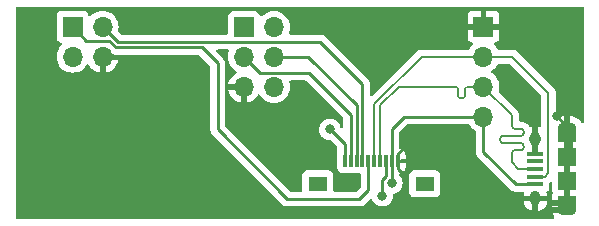
<source format=gbr>
%TF.GenerationSoftware,KiCad,Pcbnew,8.0.0*%
%TF.CreationDate,2024-02-26T11:32:58-08:00*%
%TF.ProjectId,gotek-breakout,676f7465-6b2d-4627-9265-616b6f75742e,rev?*%
%TF.SameCoordinates,Original*%
%TF.FileFunction,Copper,L1,Top*%
%TF.FilePolarity,Positive*%
%FSLAX46Y46*%
G04 Gerber Fmt 4.6, Leading zero omitted, Abs format (unit mm)*
G04 Created by KiCad (PCBNEW 8.0.0) date 2024-02-26 11:32:58*
%MOMM*%
%LPD*%
G01*
G04 APERTURE LIST*
%TA.AperFunction,ComponentPad*%
%ADD10R,1.700000X1.700000*%
%TD*%
%TA.AperFunction,ComponentPad*%
%ADD11O,1.700000X1.700000*%
%TD*%
%TA.AperFunction,SMDPad,CuDef*%
%ADD12R,1.350000X0.400000*%
%TD*%
%TA.AperFunction,ComponentPad*%
%ADD13O,1.550000X0.890000*%
%TD*%
%TA.AperFunction,SMDPad,CuDef*%
%ADD14R,1.550000X1.200000*%
%TD*%
%TA.AperFunction,ComponentPad*%
%ADD15O,0.950000X1.250000*%
%TD*%
%TA.AperFunction,SMDPad,CuDef*%
%ADD16R,1.550000X1.500000*%
%TD*%
%TA.AperFunction,SMDPad,CuDef*%
%ADD17R,0.300000X1.000000*%
%TD*%
%TA.AperFunction,SMDPad,CuDef*%
%ADD18R,1.650000X1.300000*%
%TD*%
%TA.AperFunction,ViaPad*%
%ADD19C,0.800000*%
%TD*%
%TA.AperFunction,Conductor*%
%ADD20C,0.250000*%
%TD*%
%TA.AperFunction,Conductor*%
%ADD21C,0.200000*%
%TD*%
G04 APERTURE END LIST*
D10*
%TO.P,J8,1,Pin_1*%
%TO.N,/Gotek Side/ROT_SW*%
X64725000Y-100225000D03*
D11*
%TO.P,J8,2,Pin_2*%
%TO.N,unconnected-(J8-Pin_2-Pad2)*%
X67265000Y-100225000D03*
%TO.P,J8,3,Pin_3*%
%TO.N,/Gotek Side/ROT_DT*%
X64725000Y-102765000D03*
%TO.P,J8,4,Pin_4*%
%TO.N,/Gotek Side/ROT_CLK*%
X67265000Y-102765000D03*
%TO.P,J8,5,Pin_5*%
%TO.N,/Gotek Side/GND*%
X64725000Y-105305000D03*
%TO.P,J8,6,Pin_6*%
%TO.N,/Gotek Side/+5V*%
X67265000Y-105305000D03*
%TD*%
D10*
%TO.P,J7,1,Pin_1*%
%TO.N,/Gotek Side/OLED_SCK*%
X50210000Y-100210000D03*
D11*
%TO.P,J7,2,Pin_2*%
%TO.N,/Gotek Side/OLED_SDA*%
X52750000Y-100210000D03*
%TO.P,J7,3,Pin_3*%
%TO.N,/Gotek Side/+3V*%
X50210000Y-102750000D03*
%TO.P,J7,4,Pin_4*%
%TO.N,/Gotek Side/GND*%
X52750000Y-102750000D03*
%TD*%
D12*
%TO.P,J12,1,VBUS*%
%TO.N,/Gotek Side/+5V*%
X89400000Y-113550000D03*
%TO.P,J12,2,D-*%
%TO.N,/Gotek Side/USB_D-*%
X89400000Y-112900000D03*
%TO.P,J12,3,D+*%
%TO.N,/Gotek Side/USB_D+*%
X89400001Y-112250000D03*
%TO.P,J12,4,ID*%
%TO.N,unconnected-(J12-ID-Pad4)*%
X89400000Y-111600000D03*
%TO.P,J12,5,GND*%
%TO.N,/Gotek Side/GND*%
X89400000Y-110950000D03*
D13*
%TO.P,J12,6,Shield*%
X92100000Y-115750000D03*
D14*
X92100000Y-115150000D03*
D15*
X89400000Y-114749999D03*
D16*
X92100000Y-113250000D03*
X92100000Y-111250000D03*
D15*
X89400000Y-109750001D03*
D14*
X92100000Y-109350000D03*
D13*
X92100000Y-108750000D03*
%TD*%
D10*
%TO.P,J11,1,Pin_1*%
%TO.N,/Gotek Side/GND*%
X85000000Y-100200000D03*
D11*
%TO.P,J11,2,Pin_2*%
%TO.N,/Gotek Side/USB_D-*%
X85000000Y-102740000D03*
%TO.P,J11,3,Pin_3*%
%TO.N,/Gotek Side/USB_D+*%
X85000000Y-105280000D03*
%TO.P,J11,4,Pin_4*%
%TO.N,/Gotek Side/+5V*%
X85000000Y-107820000D03*
%TD*%
D17*
%TO.P,J10,1,Pin_1*%
%TO.N,/Gotek Side/ROT_SW*%
X73250000Y-111600000D03*
%TO.P,J10,2,Pin_2*%
%TO.N,/Gotek Side/ROT_DT*%
X73750000Y-111600000D03*
%TO.P,J10,3,Pin_3*%
%TO.N,/Gotek Side/ROT_CLK*%
X74250000Y-111600000D03*
%TO.P,J10,4,Pin_4*%
%TO.N,/Gotek Side/OLED_SDA*%
X74750000Y-111600000D03*
%TO.P,J10,5,Pin_5*%
%TO.N,/Gotek Side/OLED_SCK*%
X75250000Y-111600000D03*
%TO.P,J10,6,Pin_6*%
%TO.N,/Gotek Side/USB_D-*%
X75750000Y-111600000D03*
%TO.P,J10,7,Pin_7*%
%TO.N,/Gotek Side/USB_D+*%
X76250000Y-111600000D03*
%TO.P,J10,8,Pin_8*%
%TO.N,/Gotek Side/+3V*%
X76750000Y-111600000D03*
%TO.P,J10,9,Pin_9*%
%TO.N,/Gotek Side/+5V*%
X77250000Y-111600000D03*
%TO.P,J10,10,Pin_10*%
%TO.N,/Gotek Side/GND*%
X77750000Y-111600000D03*
D18*
%TO.P,J10,MP*%
%TO.N,N/C*%
X70975000Y-113500000D03*
X80025000Y-113500000D03*
%TD*%
D19*
%TO.N,/Gotek Side/GND*%
X91200000Y-107800000D03*
X59000000Y-100000000D03*
X77000000Y-100000000D03*
X59000000Y-106000000D03*
X64000000Y-113000000D03*
X57000000Y-113000000D03*
X50000000Y-113000000D03*
%TO.N,/Gotek Side/ROT_SW*%
X72000000Y-108900000D03*
%TO.N,/Gotek Side/+5V*%
X77250000Y-113450000D03*
%TO.N,/Gotek Side/+3V*%
X76429265Y-114525000D03*
%TO.N,/Gotek Side/GND*%
X93000000Y-101000000D03*
X84100000Y-113000000D03*
%TD*%
D20*
%TO.N,/Gotek Side/+5V*%
X77250000Y-111600000D02*
X77250000Y-108850000D01*
X77250000Y-108850000D02*
X78280000Y-107820000D01*
X78280000Y-107820000D02*
X85000000Y-107820000D01*
X85000000Y-107820000D02*
X85000000Y-110800000D01*
X85000000Y-110800000D02*
X87750000Y-113550000D01*
X87750000Y-113550000D02*
X89400000Y-113550000D01*
D21*
%TO.N,/Gotek Side/USB_D-*%
X85000000Y-102740000D02*
X87440000Y-102740000D01*
X90225001Y-112900000D02*
X89400000Y-112900000D01*
X87440000Y-102740000D02*
X90500000Y-105800000D01*
X90500000Y-112625001D02*
X90225001Y-112900000D01*
X90500000Y-105800000D02*
X90500000Y-112625001D01*
%TO.N,/Gotek Side/USB_D+*%
X88156000Y-108845280D02*
G75*
G02*
X88400020Y-109089280I0J-244020D01*
G01*
X87644000Y-110675280D02*
G75*
G03*
X87399980Y-110919280I0J-244020D01*
G01*
X86644000Y-109455280D02*
G75*
G03*
X86399980Y-109699280I0J-244020D01*
G01*
X88400000Y-110431280D02*
G75*
G02*
X88156000Y-110675300I-244000J-20D01*
G01*
X88400000Y-109211280D02*
G75*
G02*
X88156000Y-109455300I-244000J-20D01*
G01*
X88156000Y-110065280D02*
G75*
G02*
X88400020Y-110309280I0J-244020D01*
G01*
X87400000Y-108601280D02*
G75*
G03*
X87644000Y-108845300I244000J-20D01*
G01*
X86400000Y-109821280D02*
G75*
G03*
X86644000Y-110065300I244000J-20D01*
G01*
X87400000Y-111600000D02*
X87400000Y-111700000D01*
X86400000Y-109699280D02*
X86400000Y-109821280D01*
X87400000Y-111041280D02*
X87400000Y-111600000D01*
X85000000Y-105280000D02*
X87400000Y-107680000D01*
X87400000Y-107680000D02*
X87400000Y-108601280D01*
X87644000Y-108845280D02*
X88156000Y-108845280D01*
X88400000Y-109089280D02*
X88400000Y-109211280D01*
X87950000Y-112250000D02*
X89400001Y-112250000D01*
X88156000Y-109455280D02*
X87644000Y-109455280D01*
X88156000Y-110675280D02*
X87644000Y-110675280D01*
X87644000Y-109455280D02*
X86644000Y-109455280D01*
X87400000Y-110919280D02*
X87400000Y-111041280D01*
X86644000Y-110065280D02*
X87400000Y-110065280D01*
X87400000Y-110065280D02*
X88156000Y-110065280D01*
X88400000Y-110309280D02*
X88400000Y-110431280D01*
X87400000Y-111700000D02*
X87950000Y-112250000D01*
%TO.N,/Gotek Side/USB_D-*%
X75750000Y-111600000D02*
X75750000Y-106750000D01*
%TO.N,/Gotek Side/USB_D+*%
X76250000Y-106850000D02*
X76250000Y-111600000D01*
X83678332Y-105280000D02*
G75*
G03*
X83438300Y-105520000I-32J-240000D01*
G01*
X83438332Y-106040000D02*
G75*
G02*
X83198332Y-106280032I-240032J0D01*
G01*
X83078332Y-106280000D02*
G75*
G02*
X82838300Y-106040000I-32J240000D01*
G01*
X82838332Y-105520000D02*
G75*
G03*
X82598332Y-105279968I-240032J0D01*
G01*
X82838332Y-106040000D02*
X82838332Y-105520000D01*
X85000000Y-105280000D02*
X83678332Y-105280000D01*
X83438332Y-105520000D02*
X83438332Y-106040000D01*
X82598332Y-105280000D02*
X82478332Y-105280000D01*
X82100000Y-105280000D02*
X77820000Y-105280000D01*
X82478332Y-105280000D02*
X82100000Y-105280000D01*
X77820000Y-105280000D02*
X76250000Y-106850000D01*
X83198332Y-106280000D02*
X83078332Y-106280000D01*
%TO.N,/Gotek Side/USB_D-*%
X75750000Y-106750000D02*
X79760000Y-102740000D01*
X79760000Y-102740000D02*
X85000000Y-102740000D01*
D20*
%TO.N,/Gotek Side/GND*%
X92415000Y-109015000D02*
X91200000Y-107800000D01*
X92415000Y-110950000D02*
X92415000Y-109015000D01*
X77750000Y-112250000D02*
X78200000Y-112700000D01*
X77750000Y-111600000D02*
X77750000Y-112250000D01*
X77750000Y-110950000D02*
X78200000Y-110500000D01*
X77750000Y-111600000D02*
X77750000Y-110950000D01*
X77750000Y-111600000D02*
X78600000Y-111600000D01*
%TO.N,/Gotek Side/+3V*%
X76429265Y-113170735D02*
X76750000Y-112850000D01*
X76429265Y-114525000D02*
X76429265Y-113170735D01*
X76750000Y-112850000D02*
X76750000Y-111600000D01*
%TO.N,/Gotek Side/+5V*%
X77250000Y-113450000D02*
X77250000Y-111600000D01*
%TO.N,/Gotek Side/OLED_SCK*%
X50210000Y-100210000D02*
X51385000Y-101385000D01*
X61150000Y-101950000D02*
X62500000Y-103300000D01*
X51385000Y-101385000D02*
X53288604Y-101385000D01*
X53288604Y-101385000D02*
X53853604Y-101950000D01*
X53853604Y-101950000D02*
X61150000Y-101950000D01*
X62500000Y-103300000D02*
X62500000Y-108900000D01*
X68400000Y-114800000D02*
X74500000Y-114800000D01*
X62500000Y-108900000D02*
X68400000Y-114800000D01*
X74500000Y-114800000D02*
X75250000Y-114050000D01*
X75250000Y-114050000D02*
X75250000Y-111600000D01*
%TO.N,/Gotek Side/OLED_SDA*%
X52750000Y-100210000D02*
X54040000Y-101500000D01*
X54040000Y-101500000D02*
X71200000Y-101500000D01*
X71200000Y-101500000D02*
X74750000Y-105050000D01*
X74750000Y-105050000D02*
X74750000Y-111600000D01*
%TO.N,/Gotek Side/ROT_SW*%
X72000000Y-108900000D02*
X73250000Y-110150000D01*
X73250000Y-110150000D02*
X73250000Y-111600000D01*
%TO.N,/Gotek Side/ROT_DT*%
X64725000Y-102765000D02*
X66090000Y-104130000D01*
X73750000Y-107650000D02*
X73750000Y-111600000D01*
X66090000Y-104130000D02*
X70230000Y-104130000D01*
X70230000Y-104130000D02*
X73750000Y-107650000D01*
%TO.N,/Gotek Side/ROT_CLK*%
X67265000Y-102765000D02*
X70165000Y-102765000D01*
X74250000Y-106850000D02*
X74250000Y-111600000D01*
X70165000Y-102765000D02*
X74250000Y-106850000D01*
%TD*%
%TA.AperFunction,Conductor*%
%TO.N,/Gotek Side/GND*%
G36*
X93443039Y-98519685D02*
G01*
X93488794Y-98572489D01*
X93500000Y-98624000D01*
X93500000Y-108242412D01*
X93480315Y-108309451D01*
X93427511Y-108355206D01*
X93358353Y-108365150D01*
X93294797Y-108336125D01*
X93271522Y-108306978D01*
X93270833Y-108307440D01*
X93164029Y-108147598D01*
X93164026Y-108147594D01*
X93032405Y-108015973D01*
X93032401Y-108015970D01*
X92877631Y-107912555D01*
X92877622Y-107912550D01*
X92705646Y-107841316D01*
X92705638Y-107841314D01*
X92523077Y-107805000D01*
X92350000Y-107805000D01*
X92350000Y-108500000D01*
X91850000Y-108500000D01*
X91850000Y-107805000D01*
X91676923Y-107805000D01*
X91494361Y-107841314D01*
X91494353Y-107841316D01*
X91322377Y-107912550D01*
X91322365Y-107912557D01*
X91293389Y-107931918D01*
X91226711Y-107952795D01*
X91159331Y-107934309D01*
X91112642Y-107882330D01*
X91100500Y-107828815D01*
X91100500Y-105889060D01*
X91100501Y-105889047D01*
X91100501Y-105720944D01*
X91098348Y-105712908D01*
X91059577Y-105568216D01*
X91051947Y-105555000D01*
X90980524Y-105431290D01*
X90980518Y-105431282D01*
X87927590Y-102378355D01*
X87927588Y-102378352D01*
X87808717Y-102259481D01*
X87808716Y-102259480D01*
X87721904Y-102209360D01*
X87721904Y-102209359D01*
X87721900Y-102209358D01*
X87671785Y-102180423D01*
X87519057Y-102139499D01*
X87360943Y-102139499D01*
X87353347Y-102139499D01*
X87353331Y-102139500D01*
X86289091Y-102139500D01*
X86222052Y-102119815D01*
X86176711Y-102067909D01*
X86174037Y-102062175D01*
X86174034Y-102062170D01*
X86038496Y-101868600D01*
X86038495Y-101868599D01*
X85916179Y-101746283D01*
X85882696Y-101684963D01*
X85887680Y-101615271D01*
X85929551Y-101559337D01*
X85960529Y-101542422D01*
X86092086Y-101493354D01*
X86092093Y-101493350D01*
X86207187Y-101407190D01*
X86207190Y-101407187D01*
X86293350Y-101292093D01*
X86293354Y-101292086D01*
X86343596Y-101157379D01*
X86343598Y-101157372D01*
X86349999Y-101097844D01*
X86350000Y-101097827D01*
X86350000Y-100450000D01*
X85433012Y-100450000D01*
X85465925Y-100392993D01*
X85500000Y-100265826D01*
X85500000Y-100134174D01*
X85465925Y-100007007D01*
X85433012Y-99950000D01*
X86350000Y-99950000D01*
X86350000Y-99302172D01*
X86349999Y-99302155D01*
X86343598Y-99242627D01*
X86343596Y-99242620D01*
X86293354Y-99107913D01*
X86293350Y-99107906D01*
X86207190Y-98992812D01*
X86207187Y-98992809D01*
X86092093Y-98906649D01*
X86092086Y-98906645D01*
X85957379Y-98856403D01*
X85957372Y-98856401D01*
X85897844Y-98850000D01*
X85250000Y-98850000D01*
X85250000Y-99766988D01*
X85192993Y-99734075D01*
X85065826Y-99700000D01*
X84934174Y-99700000D01*
X84807007Y-99734075D01*
X84750000Y-99766988D01*
X84750000Y-98850000D01*
X84102155Y-98850000D01*
X84042627Y-98856401D01*
X84042620Y-98856403D01*
X83907913Y-98906645D01*
X83907906Y-98906649D01*
X83792812Y-98992809D01*
X83792809Y-98992812D01*
X83706649Y-99107906D01*
X83706645Y-99107913D01*
X83656403Y-99242620D01*
X83656401Y-99242627D01*
X83650000Y-99302155D01*
X83650000Y-99950000D01*
X84566988Y-99950000D01*
X84534075Y-100007007D01*
X84500000Y-100134174D01*
X84500000Y-100265826D01*
X84534075Y-100392993D01*
X84566988Y-100450000D01*
X83650000Y-100450000D01*
X83650000Y-101097844D01*
X83656401Y-101157372D01*
X83656403Y-101157379D01*
X83706645Y-101292086D01*
X83706649Y-101292093D01*
X83792809Y-101407187D01*
X83792812Y-101407190D01*
X83907906Y-101493350D01*
X83907913Y-101493354D01*
X84039470Y-101542421D01*
X84095403Y-101584292D01*
X84119821Y-101649756D01*
X84104970Y-101718029D01*
X84083819Y-101746284D01*
X83961503Y-101868600D01*
X83825965Y-102062170D01*
X83825962Y-102062175D01*
X83823289Y-102067909D01*
X83777115Y-102120346D01*
X83710909Y-102139500D01*
X79680940Y-102139500D01*
X79640019Y-102150464D01*
X79640019Y-102150465D01*
X79602751Y-102160451D01*
X79528214Y-102180423D01*
X79528209Y-102180426D01*
X79391290Y-102259475D01*
X79391282Y-102259481D01*
X75587181Y-106063583D01*
X75525858Y-106097068D01*
X75456166Y-106092084D01*
X75400233Y-106050212D01*
X75375816Y-105984748D01*
X75375500Y-105975902D01*
X75375500Y-104988396D01*
X75375499Y-104988389D01*
X75375454Y-104988164D01*
X75375408Y-104987935D01*
X75351463Y-104867549D01*
X75351287Y-104867125D01*
X75330251Y-104816337D01*
X75330251Y-104816336D01*
X75304315Y-104753720D01*
X75304313Y-104753717D01*
X75304312Y-104753714D01*
X75254744Y-104679532D01*
X75254716Y-104679490D01*
X75235859Y-104651268D01*
X75235855Y-104651263D01*
X75145637Y-104561045D01*
X75145606Y-104561016D01*
X71690198Y-101105608D01*
X71690178Y-101105586D01*
X71598733Y-101014141D01*
X71547509Y-100979915D01*
X71496287Y-100945689D01*
X71496286Y-100945688D01*
X71496283Y-100945686D01*
X71496280Y-100945685D01*
X71415792Y-100912347D01*
X71382453Y-100898537D01*
X71372427Y-100896543D01*
X71322029Y-100886518D01*
X71261610Y-100874500D01*
X71261607Y-100874500D01*
X71261606Y-100874500D01*
X68646887Y-100874500D01*
X68579848Y-100854815D01*
X68534093Y-100802011D01*
X68524149Y-100732853D01*
X68534504Y-100698098D01*
X68538900Y-100688670D01*
X68538900Y-100688668D01*
X68538903Y-100688663D01*
X68600063Y-100460408D01*
X68620659Y-100225000D01*
X68600063Y-99989592D01*
X68538903Y-99761337D01*
X68439035Y-99547171D01*
X68303495Y-99353599D01*
X68303494Y-99353597D01*
X68136402Y-99186506D01*
X68136395Y-99186501D01*
X67942834Y-99050967D01*
X67942830Y-99050965D01*
X67910660Y-99035964D01*
X67728663Y-98951097D01*
X67728659Y-98951096D01*
X67728655Y-98951094D01*
X67500413Y-98889938D01*
X67500403Y-98889936D01*
X67265001Y-98869341D01*
X67264999Y-98869341D01*
X67029596Y-98889936D01*
X67029586Y-98889938D01*
X66801344Y-98951094D01*
X66801335Y-98951098D01*
X66587171Y-99050964D01*
X66587169Y-99050965D01*
X66393600Y-99186503D01*
X66271673Y-99308430D01*
X66210350Y-99341914D01*
X66140658Y-99336930D01*
X66084725Y-99295058D01*
X66067810Y-99264081D01*
X66018797Y-99132671D01*
X66018793Y-99132664D01*
X65932547Y-99017455D01*
X65932544Y-99017452D01*
X65817335Y-98931206D01*
X65817328Y-98931202D01*
X65682482Y-98880908D01*
X65682483Y-98880908D01*
X65622883Y-98874501D01*
X65622881Y-98874500D01*
X65622873Y-98874500D01*
X65622864Y-98874500D01*
X63827129Y-98874500D01*
X63827123Y-98874501D01*
X63767516Y-98880908D01*
X63632671Y-98931202D01*
X63632664Y-98931206D01*
X63517455Y-99017452D01*
X63517452Y-99017455D01*
X63431206Y-99132664D01*
X63431202Y-99132671D01*
X63380908Y-99267517D01*
X63374501Y-99327116D01*
X63374500Y-99327135D01*
X63374501Y-100750500D01*
X63354816Y-100817539D01*
X63302013Y-100863294D01*
X63250501Y-100874500D01*
X54350453Y-100874500D01*
X54283414Y-100854815D01*
X54262772Y-100838181D01*
X54190697Y-100766106D01*
X54090236Y-100665646D01*
X54056752Y-100604324D01*
X54058143Y-100545872D01*
X54081042Y-100460413D01*
X54085063Y-100445408D01*
X54105659Y-100210000D01*
X54085063Y-99974592D01*
X54023903Y-99746337D01*
X53924035Y-99532171D01*
X53790817Y-99341914D01*
X53788494Y-99338597D01*
X53621402Y-99171506D01*
X53621395Y-99171501D01*
X53427834Y-99035967D01*
X53427830Y-99035965D01*
X53388129Y-99017452D01*
X53213663Y-98936097D01*
X53213659Y-98936096D01*
X53213655Y-98936094D01*
X52985413Y-98874938D01*
X52985403Y-98874936D01*
X52750001Y-98854341D01*
X52749999Y-98854341D01*
X52514596Y-98874936D01*
X52514586Y-98874938D01*
X52286344Y-98936094D01*
X52286335Y-98936098D01*
X52072171Y-99035964D01*
X52072169Y-99035965D01*
X51878600Y-99171503D01*
X51756673Y-99293430D01*
X51695350Y-99326914D01*
X51625658Y-99321930D01*
X51569725Y-99280058D01*
X51552810Y-99249081D01*
X51503797Y-99117671D01*
X51503793Y-99117664D01*
X51417547Y-99002455D01*
X51417544Y-99002452D01*
X51302335Y-98916206D01*
X51302328Y-98916202D01*
X51167482Y-98865908D01*
X51167483Y-98865908D01*
X51107883Y-98859501D01*
X51107881Y-98859500D01*
X51107873Y-98859500D01*
X51107864Y-98859500D01*
X49312129Y-98859500D01*
X49312123Y-98859501D01*
X49252516Y-98865908D01*
X49117671Y-98916202D01*
X49117664Y-98916206D01*
X49002455Y-99002452D01*
X49002452Y-99002455D01*
X48916206Y-99117664D01*
X48916202Y-99117671D01*
X48865908Y-99252517D01*
X48859501Y-99312116D01*
X48859500Y-99312135D01*
X48859500Y-101107870D01*
X48859501Y-101107876D01*
X48865908Y-101167483D01*
X48916202Y-101302328D01*
X48916206Y-101302335D01*
X49002452Y-101417544D01*
X49002455Y-101417547D01*
X49117664Y-101503793D01*
X49117671Y-101503797D01*
X49249081Y-101552810D01*
X49305015Y-101594681D01*
X49329432Y-101660145D01*
X49314580Y-101728418D01*
X49293430Y-101756673D01*
X49171503Y-101878600D01*
X49035965Y-102072169D01*
X49035964Y-102072171D01*
X48936098Y-102286335D01*
X48936094Y-102286344D01*
X48874938Y-102514586D01*
X48874936Y-102514596D01*
X48854341Y-102749999D01*
X48854341Y-102750000D01*
X48874936Y-102985403D01*
X48874938Y-102985413D01*
X48936094Y-103213655D01*
X48936096Y-103213659D01*
X48936097Y-103213663D01*
X49030500Y-103416110D01*
X49035965Y-103427830D01*
X49035967Y-103427834D01*
X49089650Y-103504500D01*
X49171505Y-103621401D01*
X49338599Y-103788495D01*
X49435384Y-103856265D01*
X49532165Y-103924032D01*
X49532167Y-103924033D01*
X49532170Y-103924035D01*
X49746337Y-104023903D01*
X49974592Y-104085063D01*
X50146039Y-104100063D01*
X50209999Y-104105659D01*
X50210000Y-104105659D01*
X50210001Y-104105659D01*
X50249234Y-104102226D01*
X50445408Y-104085063D01*
X50673663Y-104023903D01*
X50887830Y-103924035D01*
X51081401Y-103788495D01*
X51248495Y-103621401D01*
X51378730Y-103435405D01*
X51433307Y-103391781D01*
X51502805Y-103384587D01*
X51565160Y-103416110D01*
X51581879Y-103435405D01*
X51711890Y-103621078D01*
X51878917Y-103788105D01*
X52072421Y-103923600D01*
X52286507Y-104023429D01*
X52286516Y-104023433D01*
X52500000Y-104080634D01*
X52500000Y-103183012D01*
X52557007Y-103215925D01*
X52684174Y-103250000D01*
X52815826Y-103250000D01*
X52942993Y-103215925D01*
X53000000Y-103183012D01*
X53000000Y-104080633D01*
X53213483Y-104023433D01*
X53213492Y-104023429D01*
X53427578Y-103923600D01*
X53621082Y-103788105D01*
X53788105Y-103621082D01*
X53923600Y-103427578D01*
X54023429Y-103213492D01*
X54023432Y-103213486D01*
X54080636Y-103000000D01*
X53183012Y-103000000D01*
X53215925Y-102942993D01*
X53250000Y-102815826D01*
X53250000Y-102684174D01*
X53215925Y-102557007D01*
X53183012Y-102500000D01*
X53522244Y-102500000D01*
X53569694Y-102509438D01*
X53618349Y-102529591D01*
X53618350Y-102529592D01*
X53618351Y-102529592D01*
X53671152Y-102551463D01*
X53691201Y-102555451D01*
X53724800Y-102562134D01*
X53791996Y-102575501D01*
X53791998Y-102575501D01*
X53921325Y-102575501D01*
X53921345Y-102575500D01*
X60839548Y-102575500D01*
X60906587Y-102595185D01*
X60927229Y-102611819D01*
X61838181Y-103522771D01*
X61871666Y-103584094D01*
X61874500Y-103610452D01*
X61874500Y-108961610D01*
X61896611Y-109072771D01*
X61898537Y-109082452D01*
X61901345Y-109089231D01*
X61912347Y-109115792D01*
X61912347Y-109115793D01*
X61945685Y-109196281D01*
X61945687Y-109196285D01*
X61970846Y-109233936D01*
X61970847Y-109233938D01*
X62014141Y-109298732D01*
X62014144Y-109298736D01*
X62105586Y-109390178D01*
X62105608Y-109390198D01*
X67911016Y-115195606D01*
X67911045Y-115195637D01*
X68001264Y-115285856D01*
X68001267Y-115285858D01*
X68052490Y-115320084D01*
X68103714Y-115354312D01*
X68180563Y-115386143D01*
X68180564Y-115386144D01*
X68180565Y-115386144D01*
X68217548Y-115401463D01*
X68277971Y-115413481D01*
X68338393Y-115425500D01*
X74561607Y-115425500D01*
X74622029Y-115413481D01*
X74682452Y-115401463D01*
X74719435Y-115386144D01*
X74796286Y-115354312D01*
X74847509Y-115320084D01*
X74847511Y-115320083D01*
X74863876Y-115309148D01*
X74898733Y-115285858D01*
X74985858Y-115198733D01*
X74985859Y-115198731D01*
X74992925Y-115191665D01*
X74992928Y-115191661D01*
X75382790Y-114801798D01*
X75444111Y-114768315D01*
X75513803Y-114773299D01*
X75569736Y-114815171D01*
X75588400Y-114851163D01*
X75602083Y-114893278D01*
X75602086Y-114893284D01*
X75696732Y-115057216D01*
X75802785Y-115174999D01*
X75823394Y-115197888D01*
X75976530Y-115309148D01*
X75976535Y-115309151D01*
X76149457Y-115386142D01*
X76149462Y-115386144D01*
X76334619Y-115425500D01*
X76334620Y-115425500D01*
X76523909Y-115425500D01*
X76523911Y-115425500D01*
X76709068Y-115386144D01*
X76881995Y-115309151D01*
X77035136Y-115197888D01*
X77161798Y-115057216D01*
X77256444Y-114893284D01*
X77314939Y-114713256D01*
X77334725Y-114525000D01*
X77328672Y-114467411D01*
X77341241Y-114398684D01*
X77388973Y-114347660D01*
X77426204Y-114333164D01*
X77529803Y-114311144D01*
X77529807Y-114311142D01*
X77529808Y-114311142D01*
X77650328Y-114257482D01*
X77702730Y-114234151D01*
X77752667Y-114197870D01*
X78699500Y-114197870D01*
X78699501Y-114197876D01*
X78705908Y-114257483D01*
X78756202Y-114392328D01*
X78756206Y-114392335D01*
X78842452Y-114507544D01*
X78842455Y-114507547D01*
X78957664Y-114593793D01*
X78957671Y-114593797D01*
X79092517Y-114644091D01*
X79092516Y-114644091D01*
X79099444Y-114644835D01*
X79152127Y-114650500D01*
X80897872Y-114650499D01*
X80957483Y-114644091D01*
X81092331Y-114593796D01*
X81207546Y-114507546D01*
X81293796Y-114392331D01*
X81344091Y-114257483D01*
X81350500Y-114197873D01*
X81350499Y-112802128D01*
X81344091Y-112742517D01*
X81320992Y-112680586D01*
X81293797Y-112607671D01*
X81293793Y-112607664D01*
X81207547Y-112492455D01*
X81207544Y-112492452D01*
X81092335Y-112406206D01*
X81092328Y-112406202D01*
X80957482Y-112355908D01*
X80957483Y-112355908D01*
X80897883Y-112349501D01*
X80897881Y-112349500D01*
X80897873Y-112349500D01*
X80897864Y-112349500D01*
X79152129Y-112349500D01*
X79152123Y-112349501D01*
X79092516Y-112355908D01*
X78957671Y-112406202D01*
X78957664Y-112406206D01*
X78842455Y-112492452D01*
X78842452Y-112492455D01*
X78756206Y-112607664D01*
X78756202Y-112607671D01*
X78705908Y-112742517D01*
X78699501Y-112802116D01*
X78699501Y-112802123D01*
X78699500Y-112802135D01*
X78699500Y-114197870D01*
X77752667Y-114197870D01*
X77855871Y-114122888D01*
X77982533Y-113982216D01*
X78077179Y-113818284D01*
X78135674Y-113638256D01*
X78155460Y-113450000D01*
X78135674Y-113261744D01*
X78077179Y-113081716D01*
X77982533Y-112917784D01*
X77943514Y-112874449D01*
X77907350Y-112834284D01*
X77877120Y-112771292D01*
X77875500Y-112751312D01*
X77875500Y-112719159D01*
X77895185Y-112652120D01*
X77947989Y-112606365D01*
X77986245Y-112595870D01*
X78007372Y-112593598D01*
X78007379Y-112593596D01*
X78142086Y-112543354D01*
X78142093Y-112543350D01*
X78257187Y-112457190D01*
X78257190Y-112457187D01*
X78343350Y-112342093D01*
X78343354Y-112342086D01*
X78393596Y-112207379D01*
X78393598Y-112207372D01*
X78399999Y-112147844D01*
X78400000Y-112147827D01*
X78400000Y-111750000D01*
X78024500Y-111750000D01*
X77957461Y-111730315D01*
X77911706Y-111677511D01*
X77900500Y-111626002D01*
X77900499Y-111574002D01*
X77920182Y-111506963D01*
X77972985Y-111461207D01*
X78024499Y-111450000D01*
X78400000Y-111450000D01*
X78400000Y-111052172D01*
X78399999Y-111052155D01*
X78393598Y-110992627D01*
X78393596Y-110992620D01*
X78343354Y-110857913D01*
X78343350Y-110857906D01*
X78257190Y-110742812D01*
X78257187Y-110742809D01*
X78142093Y-110656649D01*
X78142086Y-110656645D01*
X78007379Y-110606403D01*
X78007373Y-110606401D01*
X77986241Y-110604129D01*
X77921690Y-110577389D01*
X77881844Y-110519995D01*
X77875500Y-110480840D01*
X77875500Y-109160452D01*
X77895185Y-109093413D01*
X77911819Y-109072771D01*
X78502771Y-108481819D01*
X78564094Y-108448334D01*
X78590452Y-108445500D01*
X83724773Y-108445500D01*
X83791812Y-108465185D01*
X83826348Y-108498377D01*
X83961500Y-108691395D01*
X83961505Y-108691401D01*
X84128599Y-108858495D01*
X84321624Y-108993653D01*
X84365248Y-109048228D01*
X84374500Y-109095226D01*
X84374500Y-110738393D01*
X84374500Y-110861607D01*
X84383312Y-110905909D01*
X84398537Y-110982452D01*
X84402552Y-110992145D01*
X84402552Y-110992146D01*
X84445685Y-111096281D01*
X84445688Y-111096286D01*
X84470773Y-111133827D01*
X84470774Y-111133830D01*
X84470775Y-111133830D01*
X84514141Y-111198733D01*
X84605586Y-111290178D01*
X84605608Y-111290198D01*
X87261016Y-113945606D01*
X87261045Y-113945637D01*
X87351263Y-114035855D01*
X87351267Y-114035858D01*
X87453707Y-114104307D01*
X87453713Y-114104310D01*
X87453714Y-114104311D01*
X87567548Y-114151463D01*
X87627971Y-114163481D01*
X87688393Y-114175500D01*
X87688394Y-114175500D01*
X88339242Y-114175500D01*
X88406281Y-114195185D01*
X88452036Y-114247989D01*
X88461980Y-114317147D01*
X88460859Y-114323691D01*
X88425789Y-114499998D01*
X88425790Y-114499999D01*
X89143763Y-114499999D01*
X89125000Y-114545298D01*
X89125000Y-114954700D01*
X89143763Y-114999999D01*
X88425789Y-114999999D01*
X88462466Y-115184388D01*
X88462468Y-115184396D01*
X88535964Y-115361832D01*
X88535969Y-115361841D01*
X88642667Y-115521525D01*
X88642670Y-115521529D01*
X88778469Y-115657328D01*
X88778473Y-115657331D01*
X88938157Y-115764029D01*
X88938167Y-115764034D01*
X89115599Y-115837529D01*
X89115606Y-115837532D01*
X89150000Y-115844372D01*
X89150000Y-115015055D01*
X89166866Y-115055774D01*
X89244225Y-115133133D01*
X89345299Y-115174999D01*
X89454701Y-115174999D01*
X89555775Y-115133133D01*
X89633134Y-115055774D01*
X89650000Y-115015055D01*
X89650000Y-115844371D01*
X89684393Y-115837532D01*
X89684400Y-115837529D01*
X89861832Y-115764034D01*
X89861842Y-115764029D01*
X90021526Y-115657331D01*
X90021530Y-115657328D01*
X90157329Y-115521529D01*
X90157332Y-115521525D01*
X90264030Y-115361841D01*
X90264035Y-115361832D01*
X90337531Y-115184396D01*
X90337533Y-115184388D01*
X90374210Y-114999999D01*
X89656237Y-114999999D01*
X89675000Y-114954700D01*
X89675000Y-114545298D01*
X89656237Y-114499999D01*
X90374210Y-114499999D01*
X90374210Y-114499998D01*
X90337533Y-114315609D01*
X90337532Y-114315605D01*
X90331101Y-114300079D01*
X90323631Y-114230610D01*
X90354904Y-114168130D01*
X90371346Y-114153359D01*
X90432546Y-114107546D01*
X90518796Y-113992331D01*
X90569091Y-113857483D01*
X90575500Y-113797873D01*
X90575499Y-113450098D01*
X90595183Y-113383060D01*
X90611842Y-113362394D01*
X90613348Y-113360889D01*
X90674682Y-113327424D01*
X90744372Y-113332432D01*
X90800292Y-113374322D01*
X90824687Y-113439794D01*
X90825000Y-113448599D01*
X90825000Y-114047844D01*
X90831401Y-114107372D01*
X90831403Y-114107380D01*
X90877759Y-114231667D01*
X90882743Y-114301359D01*
X90877759Y-114318333D01*
X90831403Y-114442619D01*
X90831401Y-114442627D01*
X90825000Y-114502155D01*
X90825000Y-114900000D01*
X91850000Y-114900000D01*
X91850000Y-109224000D01*
X91869685Y-109156961D01*
X91922489Y-109111206D01*
X91974000Y-109100000D01*
X92226000Y-109100000D01*
X92293039Y-109119685D01*
X92338794Y-109172489D01*
X92350000Y-109224000D01*
X92350000Y-115276000D01*
X92330315Y-115343039D01*
X92277511Y-115388794D01*
X92226000Y-115400000D01*
X90825000Y-115400000D01*
X90825000Y-115500000D01*
X91725272Y-115500000D01*
X91633386Y-115538060D01*
X91563060Y-115608386D01*
X91525000Y-115700272D01*
X91525000Y-115799728D01*
X91563060Y-115891614D01*
X91633386Y-115961940D01*
X91725272Y-116000000D01*
X90856216Y-116000000D01*
X90861316Y-116025644D01*
X90861317Y-116025649D01*
X90932548Y-116197618D01*
X90932555Y-116197631D01*
X91005707Y-116307109D01*
X91026585Y-116373786D01*
X91008101Y-116441166D01*
X90956122Y-116487857D01*
X90902605Y-116500000D01*
X45524000Y-116500000D01*
X45456961Y-116480315D01*
X45411206Y-116427511D01*
X45400000Y-116376000D01*
X45400000Y-98624000D01*
X45419685Y-98556961D01*
X45472489Y-98511206D01*
X45524000Y-98500000D01*
X93376000Y-98500000D01*
X93443039Y-98519685D01*
G37*
%TD.AperFunction*%
%TA.AperFunction,Conductor*%
G36*
X63405489Y-102145185D02*
G01*
X63451244Y-102197989D01*
X63461188Y-102267147D01*
X63452558Y-102296114D01*
X63452947Y-102296256D01*
X63451094Y-102301344D01*
X63389938Y-102529586D01*
X63389936Y-102529596D01*
X63369341Y-102764999D01*
X63369341Y-102765000D01*
X63389936Y-103000403D01*
X63389938Y-103000413D01*
X63451094Y-103228655D01*
X63451096Y-103228659D01*
X63451097Y-103228663D01*
X63536635Y-103412099D01*
X63550965Y-103442830D01*
X63550967Y-103442834D01*
X63606940Y-103522771D01*
X63686505Y-103636401D01*
X63853599Y-103803495D01*
X64025746Y-103924034D01*
X64039594Y-103933730D01*
X64083219Y-103988307D01*
X64090413Y-104057805D01*
X64058890Y-104120160D01*
X64039595Y-104136880D01*
X63853922Y-104266890D01*
X63853920Y-104266891D01*
X63686891Y-104433920D01*
X63686886Y-104433926D01*
X63551400Y-104627420D01*
X63551399Y-104627422D01*
X63451570Y-104841507D01*
X63451567Y-104841513D01*
X63394364Y-105054999D01*
X63394364Y-105055000D01*
X64291988Y-105055000D01*
X64259075Y-105112007D01*
X64225000Y-105239174D01*
X64225000Y-105370826D01*
X64259075Y-105497993D01*
X64291988Y-105555000D01*
X63394364Y-105555000D01*
X63451567Y-105768486D01*
X63451570Y-105768492D01*
X63551399Y-105982578D01*
X63686894Y-106176082D01*
X63853917Y-106343105D01*
X64047421Y-106478600D01*
X64261507Y-106578429D01*
X64261516Y-106578433D01*
X64475000Y-106635634D01*
X64475000Y-105738012D01*
X64532007Y-105770925D01*
X64659174Y-105805000D01*
X64790826Y-105805000D01*
X64917993Y-105770925D01*
X64975000Y-105738012D01*
X64975000Y-106635633D01*
X65188483Y-106578433D01*
X65188492Y-106578429D01*
X65402578Y-106478600D01*
X65596082Y-106343105D01*
X65763105Y-106176082D01*
X65893119Y-105990405D01*
X65947696Y-105946781D01*
X66017195Y-105939588D01*
X66079549Y-105971110D01*
X66096269Y-105990405D01*
X66226505Y-106176401D01*
X66393599Y-106343495D01*
X66456435Y-106387493D01*
X66587165Y-106479032D01*
X66587167Y-106479033D01*
X66587170Y-106479035D01*
X66801337Y-106578903D01*
X67029592Y-106640063D01*
X67217918Y-106656539D01*
X67264999Y-106660659D01*
X67265000Y-106660659D01*
X67265001Y-106660659D01*
X67304234Y-106657226D01*
X67500408Y-106640063D01*
X67728663Y-106578903D01*
X67942830Y-106479035D01*
X68136401Y-106343495D01*
X68303495Y-106176401D01*
X68439035Y-105982830D01*
X68538903Y-105768663D01*
X68600063Y-105540408D01*
X68620659Y-105305000D01*
X68600063Y-105069592D01*
X68557728Y-104911593D01*
X68559391Y-104841743D01*
X68598554Y-104783881D01*
X68662782Y-104756377D01*
X68677503Y-104755500D01*
X69919548Y-104755500D01*
X69986587Y-104775185D01*
X70007229Y-104791819D01*
X73088181Y-107872771D01*
X73121666Y-107934094D01*
X73124500Y-107960452D01*
X73124500Y-108663869D01*
X73104815Y-108730908D01*
X73052011Y-108776663D01*
X72982853Y-108786607D01*
X72919297Y-108757582D01*
X72882569Y-108702187D01*
X72827181Y-108531722D01*
X72827180Y-108531721D01*
X72827179Y-108531716D01*
X72732533Y-108367784D01*
X72605871Y-108227112D01*
X72603095Y-108225095D01*
X72452734Y-108115851D01*
X72452729Y-108115848D01*
X72279807Y-108038857D01*
X72279802Y-108038855D01*
X72134001Y-108007865D01*
X72094646Y-107999500D01*
X71905354Y-107999500D01*
X71872897Y-108006398D01*
X71720197Y-108038855D01*
X71720192Y-108038857D01*
X71547270Y-108115848D01*
X71547265Y-108115851D01*
X71394129Y-108227111D01*
X71267466Y-108367785D01*
X71172821Y-108531715D01*
X71172818Y-108531722D01*
X71117431Y-108702187D01*
X71114326Y-108711744D01*
X71094540Y-108900000D01*
X71114326Y-109088256D01*
X71114327Y-109088259D01*
X71172818Y-109268277D01*
X71172821Y-109268284D01*
X71267467Y-109432216D01*
X71369289Y-109545300D01*
X71394129Y-109572888D01*
X71547265Y-109684148D01*
X71547270Y-109684151D01*
X71720192Y-109761142D01*
X71720197Y-109761144D01*
X71905354Y-109800500D01*
X71964548Y-109800500D01*
X72031587Y-109820185D01*
X72052229Y-109836819D01*
X72588181Y-110372771D01*
X72621666Y-110434094D01*
X72624500Y-110460452D01*
X72624500Y-110920299D01*
X72616682Y-110963632D01*
X72605908Y-110992516D01*
X72599501Y-111052116D01*
X72599500Y-111052135D01*
X72599500Y-112147870D01*
X72599501Y-112147876D01*
X72605908Y-112207483D01*
X72656202Y-112342328D01*
X72656206Y-112342335D01*
X72742452Y-112457544D01*
X72742455Y-112457547D01*
X72857664Y-112543793D01*
X72857671Y-112543797D01*
X72902618Y-112560561D01*
X72992517Y-112594091D01*
X73052127Y-112600500D01*
X73447872Y-112600499D01*
X73447873Y-112600498D01*
X73447885Y-112600498D01*
X73486744Y-112596320D01*
X73513252Y-112596320D01*
X73552127Y-112600500D01*
X73947872Y-112600499D01*
X73947873Y-112600498D01*
X73947885Y-112600498D01*
X73986744Y-112596320D01*
X74013252Y-112596320D01*
X74052127Y-112600500D01*
X74447872Y-112600499D01*
X74447873Y-112600498D01*
X74447885Y-112600498D01*
X74486744Y-112596320D01*
X74513335Y-112596328D01*
X74513842Y-112596383D01*
X74578373Y-112623166D01*
X74618182Y-112680586D01*
X74624500Y-112719663D01*
X74624500Y-113739548D01*
X74604815Y-113806587D01*
X74588181Y-113827229D01*
X74277229Y-114138181D01*
X74215906Y-114171666D01*
X74189548Y-114174500D01*
X72424500Y-114174500D01*
X72357461Y-114154815D01*
X72311706Y-114102011D01*
X72300500Y-114050500D01*
X72300499Y-112802129D01*
X72300498Y-112802123D01*
X72300497Y-112802116D01*
X72294091Y-112742517D01*
X72270992Y-112680586D01*
X72243797Y-112607671D01*
X72243793Y-112607664D01*
X72157547Y-112492455D01*
X72157544Y-112492452D01*
X72042335Y-112406206D01*
X72042328Y-112406202D01*
X71907482Y-112355908D01*
X71907483Y-112355908D01*
X71847883Y-112349501D01*
X71847881Y-112349500D01*
X71847873Y-112349500D01*
X71847864Y-112349500D01*
X70102129Y-112349500D01*
X70102123Y-112349501D01*
X70042516Y-112355908D01*
X69907671Y-112406202D01*
X69907664Y-112406206D01*
X69792455Y-112492452D01*
X69792452Y-112492455D01*
X69706206Y-112607664D01*
X69706202Y-112607671D01*
X69655908Y-112742517D01*
X69649501Y-112802116D01*
X69649500Y-112802127D01*
X69649500Y-113450099D01*
X69649501Y-114050500D01*
X69629816Y-114117539D01*
X69577013Y-114163294D01*
X69525501Y-114174500D01*
X68710452Y-114174500D01*
X68643413Y-114154815D01*
X68622771Y-114138181D01*
X63161819Y-108677229D01*
X63128334Y-108615906D01*
X63125500Y-108589548D01*
X63125500Y-103238396D01*
X63125500Y-103238394D01*
X63123565Y-103228668D01*
X63123565Y-103228663D01*
X63123564Y-103228664D01*
X63123564Y-103228663D01*
X63101463Y-103117549D01*
X63101460Y-103117541D01*
X63097805Y-103108717D01*
X63097803Y-103108713D01*
X63054312Y-103003716D01*
X63054307Y-103003707D01*
X62985858Y-102901267D01*
X62985855Y-102901263D01*
X62895637Y-102811045D01*
X62895606Y-102811016D01*
X62421771Y-102337181D01*
X62388286Y-102275858D01*
X62393270Y-102206166D01*
X62435142Y-102150233D01*
X62500606Y-102125816D01*
X62509452Y-102125500D01*
X63338450Y-102125500D01*
X63405489Y-102145185D01*
G37*
%TD.AperFunction*%
%TA.AperFunction,Conductor*%
G36*
X89650000Y-110775500D02*
G01*
X89630315Y-110842539D01*
X89577511Y-110888294D01*
X89526000Y-110899500D01*
X89274000Y-110899500D01*
X89206961Y-110879815D01*
X89161206Y-110827011D01*
X89150000Y-110775500D01*
X89150000Y-110015057D01*
X89166866Y-110055776D01*
X89244225Y-110133135D01*
X89345299Y-110175001D01*
X89454701Y-110175001D01*
X89555775Y-110133135D01*
X89633134Y-110055776D01*
X89650000Y-110015057D01*
X89650000Y-110775500D01*
G37*
%TD.AperFunction*%
%TA.AperFunction,Conductor*%
G36*
X87206942Y-103360185D02*
G01*
X87227584Y-103376819D01*
X89863181Y-106012416D01*
X89896666Y-106073739D01*
X89899500Y-106100097D01*
X89899500Y-108565988D01*
X89879815Y-108633027D01*
X89827011Y-108678782D01*
X89757853Y-108688726D01*
X89728048Y-108680550D01*
X89684392Y-108662468D01*
X89684389Y-108662467D01*
X89650000Y-108655626D01*
X89650000Y-109484944D01*
X89633134Y-109444226D01*
X89555775Y-109366867D01*
X89454701Y-109325001D01*
X89345299Y-109325001D01*
X89244225Y-109366867D01*
X89166866Y-109444226D01*
X89150000Y-109484944D01*
X89150000Y-108655626D01*
X89115610Y-108662467D01*
X89115598Y-108662470D01*
X89030179Y-108697852D01*
X88960710Y-108705321D01*
X88898231Y-108674045D01*
X88879628Y-108652187D01*
X88855383Y-108615906D01*
X88811956Y-108550920D01*
X88694326Y-108433299D01*
X88694322Y-108433296D01*
X88694319Y-108433293D01*
X88556021Y-108340892D01*
X88556016Y-108340889D01*
X88556011Y-108340886D01*
X88556004Y-108340883D01*
X88402333Y-108277234D01*
X88402326Y-108277231D01*
X88320749Y-108261005D01*
X88239174Y-108244780D01*
X88239173Y-108244780D01*
X88124500Y-108244780D01*
X88057461Y-108225095D01*
X88011706Y-108172291D01*
X88000500Y-108120780D01*
X88000500Y-107769060D01*
X88000501Y-107769047D01*
X88000501Y-107600944D01*
X88000501Y-107600943D01*
X87959577Y-107448216D01*
X87893716Y-107334140D01*
X87880524Y-107311290D01*
X87880518Y-107311282D01*
X86332766Y-105763531D01*
X86299281Y-105702208D01*
X86300672Y-105643757D01*
X86320913Y-105568216D01*
X86335063Y-105515408D01*
X86355659Y-105280000D01*
X86335063Y-105044592D01*
X86281535Y-104844820D01*
X86273905Y-104816344D01*
X86273904Y-104816343D01*
X86273903Y-104816337D01*
X86174035Y-104602171D01*
X86174034Y-104602169D01*
X86038494Y-104408597D01*
X85871402Y-104241506D01*
X85871396Y-104241501D01*
X85685842Y-104111575D01*
X85642217Y-104056998D01*
X85635023Y-103987500D01*
X85666546Y-103925145D01*
X85685842Y-103908425D01*
X85708026Y-103892891D01*
X85871401Y-103778495D01*
X86038495Y-103611401D01*
X86174035Y-103417830D01*
X86176707Y-103412097D01*
X86222878Y-103359658D01*
X86289091Y-103340500D01*
X87139903Y-103340500D01*
X87206942Y-103360185D01*
G37*
%TD.AperFunction*%
%TD*%
M02*

</source>
